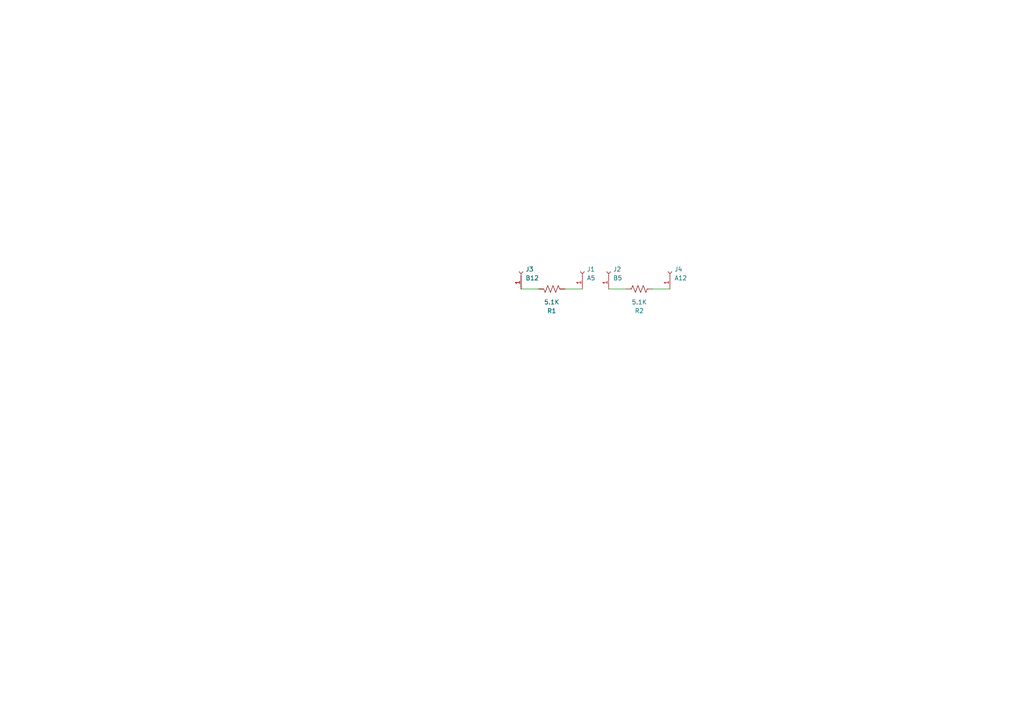
<source format=kicad_sch>
(kicad_sch (version 20211123) (generator eeschema)
  (paper "A4")
  (lib_symbols
    (symbol "Connector:Conn_01x01_Female" (pin_names (offset 1.016) hide)
      (property "Reference" "J" (at 0 2.54 0))
      (property "Value" "Conn_01x01_Female" (at 0 -2.54 0))
      (symbol "Conn_01x01_Female_1_1"
        (polyline (pts (xy -1.27 0) (xy -0.508 0)) (stroke (width 0.1524)))
        (arc (start 0 0.508) (mid -0.508 0) (end 0 -0.508) (stroke (width 0.1524)))
        (pin passive line (at -5.08 0 0) (length 3.81) (name "Pin_1") (number "1"))
      )
    )
    (symbol "Device:R_US" (pin_numbers hide) (pin_names (offset 0))
      (property "Reference" "R" (at 2.54 0 90))
      (property "Value" "R_US" (at -2.54 0 90))
      (symbol "R_US_0_1"
        (polyline (pts (xy 0 -2.286) (xy 0 -2.54)))
        (polyline (pts (xy 0 2.286) (xy 0 2.54)))
        (polyline (pts (xy 0 -0.762) (xy 1.016 -1.143) (xy 0 -1.524) (xy -1.016 -1.905) (xy 0 -2.286)))
        (polyline (pts (xy 0 0.762) (xy 1.016 0.381) (xy 0 0) (xy -1.016 -0.381) (xy 0 -0.762)))
        (polyline (pts (xy 0 2.286) (xy 1.016 1.905) (xy 0 1.524) (xy -1.016 1.143) (xy 0 0.762)))
      )
      (symbol "R_US_1_1"
        (pin passive line (at 0 3.81 270) (length 1.27) (name "~") (number "1"))
        (pin passive line (at 0 -3.81 90) (length 1.27) (name "~") (number "2"))
      )
    )
    (symbol "R_US_1" (pin_numbers hide) (pin_names (offset 0))
      (property "Reference" "R" (at 2.54 0 90))
      (property "Value" "R_US_1" (at -2.54 0 90))
      (symbol "R_US_1_0_1"
        (polyline (pts (xy 0 -2.286) (xy 0 -2.54)))
        (polyline (pts (xy 0 2.286) (xy 0 2.54)))
        (polyline (pts (xy 0 -0.762) (xy 1.016 -1.143) (xy 0 -1.524) (xy -1.016 -1.905) (xy 0 -2.286)))
        (polyline (pts (xy 0 0.762) (xy 1.016 0.381) (xy 0 0) (xy -1.016 -0.381) (xy 0 -0.762)))
        (polyline (pts (xy 0 2.286) (xy 1.016 1.905) (xy 0 1.524) (xy -1.016 1.143) (xy 0 0.762)))
      )
      (symbol "R_US_1_1_1"
        (pin passive line (at 0 3.81 270) (length 1.27) (name "~") (number "1"))
        (pin passive line (at 0 -3.81 90) (length 1.27) (name "~") (number "2"))
      )
    )
  )
  (wire (pts (xy 163.83 83.82) (xy 168.91 83.82)))
  (wire (pts (xy 151.13 83.82) (xy 156.21 83.82)))
  (wire (pts (xy 176.53 83.82) (xy 181.61 83.82)))
  (wire (pts (xy 189.23 83.82) (xy 194.31 83.82)))
  (symbol (lib_id "Device:R_US") (at 160.02 83.82 90) (mirror x) (unit 1)
    (property "Reference" "R1" (at 160.02 90.17 90))
    (property "Value" "5.1K" (at 160.02 87.63 90))
    (property "Footprint" "Resistor_SMD:R_0402_1005Metric_Pad0.72x0.64mm_HandSolder" (effects hide))
  )
  (symbol (lib_name "R_US_1") (lib_id "Device:R_US") (at 185.42 83.82 90) (unit 1)
    (property "Reference" "R2" (at 185.42 90.17 90))
    (property "Value" "5.1K" (at 185.42 87.63 90))
    (property "Footprint" "Resistor_SMD:R_0402_1005Metric_Pad0.72x0.64mm_HandSolder" (effects hide))
  )
  (symbol (lib_id "Connector:Conn_01x01_Female") (at 176.53 78.74 270) (mirror x) (unit 1)
    (property "Reference" "J2" (at 177.8 78.1049 90) (effects (justify left)))
    (property "Value" "B5" (at 177.8 80.6449 90) (effects (justify left)))
    (property "Footprint" "FlexPCB:Plated_Hole_D0.3mm" (effects hide))
  )
  (symbol (lib_id "Connector:Conn_01x01_Female") (at 168.91 78.74 270) (mirror x) (unit 1)
    (property "Reference" "J1" (at 170.18 78.1049 90) (effects (justify left)))
    (property "Value" "A5" (at 170.18 80.6449 90) (effects (justify left)))
    (property "Footprint" "FlexPCB:Plated_Hole_D0.3mm" (effects hide))
  )
  (symbol (lib_id "Connector:Conn_01x01_Female") (at 151.13 78.74 270) (mirror x) (unit 1)
    (property "Reference" "J3" (at 152.4 78.1049 90) (effects (justify left)))
    (property "Value" "B12" (at 152.4 80.6449 90) (effects (justify left)))
    (property "Footprint" "FlexPCB:Plated_Hole_D0.3mm" (effects hide))
  )
  (symbol (lib_id "Connector:Conn_01x01_Female") (at 194.31 78.74 270) (mirror x) (unit 1)
    (property "Reference" "J4" (at 195.58 78.1049 90) (effects (justify left)))
    (property "Value" "A12" (at 195.58 80.6449 90) (effects (justify left)))
    (property "Footprint" "FlexPCB:Plated_Hole_D0.3mm" (effects hide))
  )
)
</source>
